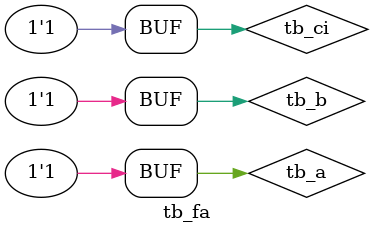
<source format=v>
`timescale 1ns/100ps // set the time of simulation ( unit / precision )

module tb_fa; // define the testbench's name

reg tb_a,tb_b,tb_ci; // define register tb_a, tb_b, tb_ci. it means testbench's a, testbench's b and testbench's ci
wire tb_s,tb_co; // define wire tb_s, tb_co. it means testbench's s, testbench's co

fa U0_fa(tb_a,tb_b,tb_ci,tb_s,tb_co); // ordered port mapping method

initial
begin // it means 1 time loop, begin - end means { }
tb_a = 0; tb_b = 0; tb_ci = 0; // tb_a : 0 tb_ b :0 tb_ ci : 0
#10; tb_a = 0; tb_b = 0; tb_ci = 1; // wait for 10 time unit and then, tb_a : 0 tb_b : 0 tb_ci : 1
#10; tb_a = 0; tb_b = 1; tb_ci = 0; // wait for 10 time unit and then, tb_a : 0 tb_b : 1 tb_ci : 0
#10; tb_a = 0; tb_b = 1; tb_ci = 1; // wait for 10 time unit and then, tb_a : 0 tb_b : 1 tb_ci : 1
#10; tb_a = 1; tb_b = 0; tb_ci = 0; // wait for 10 time unit and then, tb_a : 1 tb_b : 0 tb_ci : 0
#10; tb_a = 1; tb_b = 0; tb_ci = 1; // wait for 10 time unit and then, tb_a : 1 tb_b : 0 tb_ci : 1
#10; tb_a = 1; tb_b = 1; tb_ci = 0; // wait for 10 time unit and then, tb_a : 1 tb_b : 1 tb_ci : 0
#10; tb_a = 1; tb_b = 1; tb_ci = 1; // wait for 10 time unit and then, tb_a : 1 tb_b : 1 tb_ci : 1
#10; // wait for 10 time unit 

end // end of loop
endmodule // end of module

</source>
